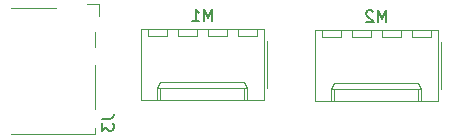
<source format=gbr>
%TF.GenerationSoftware,KiCad,Pcbnew,8.0.8*%
%TF.CreationDate,2025-01-27T11:14:47-08:00*%
%TF.ProjectId,nano-fan-5,6e616e6f-2d66-4616-9e2d-352e6b696361,rev?*%
%TF.SameCoordinates,Original*%
%TF.FileFunction,Legend,Bot*%
%TF.FilePolarity,Positive*%
%FSLAX46Y46*%
G04 Gerber Fmt 4.6, Leading zero omitted, Abs format (unit mm)*
G04 Created by KiCad (PCBNEW 8.0.8) date 2025-01-27 11:14:47*
%MOMM*%
%LPD*%
G01*
G04 APERTURE LIST*
%ADD10C,0.150000*%
%ADD11C,0.120000*%
G04 APERTURE END LIST*
D10*
X113846019Y-85556539D02*
X114560304Y-85556539D01*
X114560304Y-85556539D02*
X114703161Y-85508920D01*
X114703161Y-85508920D02*
X114798400Y-85413682D01*
X114798400Y-85413682D02*
X114846019Y-85270825D01*
X114846019Y-85270825D02*
X114846019Y-85175587D01*
X113846019Y-85937492D02*
X113846019Y-86556539D01*
X113846019Y-86556539D02*
X114226971Y-86223206D01*
X114226971Y-86223206D02*
X114226971Y-86366063D01*
X114226971Y-86366063D02*
X114274590Y-86461301D01*
X114274590Y-86461301D02*
X114322209Y-86508920D01*
X114322209Y-86508920D02*
X114417447Y-86556539D01*
X114417447Y-86556539D02*
X114655542Y-86556539D01*
X114655542Y-86556539D02*
X114750780Y-86508920D01*
X114750780Y-86508920D02*
X114798400Y-86461301D01*
X114798400Y-86461301D02*
X114846019Y-86366063D01*
X114846019Y-86366063D02*
X114846019Y-86080349D01*
X114846019Y-86080349D02*
X114798400Y-85985111D01*
X114798400Y-85985111D02*
X114750780Y-85937492D01*
X123161323Y-77284619D02*
X123161323Y-76284619D01*
X123161323Y-76284619D02*
X122827990Y-76998904D01*
X122827990Y-76998904D02*
X122494657Y-76284619D01*
X122494657Y-76284619D02*
X122494657Y-77284619D01*
X121494657Y-77284619D02*
X122066085Y-77284619D01*
X121780371Y-77284619D02*
X121780371Y-76284619D01*
X121780371Y-76284619D02*
X121875609Y-76427476D01*
X121875609Y-76427476D02*
X121970847Y-76522714D01*
X121970847Y-76522714D02*
X122066085Y-76570333D01*
X137893323Y-77386219D02*
X137893323Y-76386219D01*
X137893323Y-76386219D02*
X137559990Y-77100504D01*
X137559990Y-77100504D02*
X137226657Y-76386219D01*
X137226657Y-76386219D02*
X137226657Y-77386219D01*
X136798085Y-76481457D02*
X136750466Y-76433838D01*
X136750466Y-76433838D02*
X136655228Y-76386219D01*
X136655228Y-76386219D02*
X136417133Y-76386219D01*
X136417133Y-76386219D02*
X136321895Y-76433838D01*
X136321895Y-76433838D02*
X136274276Y-76481457D01*
X136274276Y-76481457D02*
X136226657Y-76576695D01*
X136226657Y-76576695D02*
X136226657Y-76671933D01*
X136226657Y-76671933D02*
X136274276Y-76814790D01*
X136274276Y-76814790D02*
X136845704Y-77386219D01*
X136845704Y-77386219D02*
X136226657Y-77386219D01*
D11*
%TO.C,J3*%
X109991200Y-76145700D02*
X106191200Y-76145700D01*
X112591200Y-75845700D02*
X113591200Y-75845700D01*
X113291200Y-79445700D02*
X113291200Y-78245700D01*
X113291200Y-84745700D02*
X113291200Y-81045700D01*
X113291200Y-86845700D02*
X106191200Y-86845700D01*
X113291200Y-86845700D02*
X113291200Y-86345700D01*
X113591200Y-76845700D02*
X113591200Y-75845700D01*
%TO.C,M1*%
X117161800Y-77919800D02*
X117161800Y-83939800D01*
X117161800Y-83939800D02*
X127541800Y-83939800D01*
X117741800Y-77919800D02*
X117741800Y-78519800D01*
X117741800Y-78519800D02*
X119341800Y-78519800D01*
X118541800Y-82939800D02*
X118791800Y-82409800D01*
X118541800Y-82939800D02*
X126161800Y-82939800D01*
X118541800Y-83939800D02*
X118541800Y-82939800D01*
X118791800Y-82409800D02*
X125911800Y-82409800D01*
X118791800Y-82939800D02*
X118791800Y-83939800D01*
X119341800Y-78519800D02*
X119341800Y-77919800D01*
X120281800Y-77919800D02*
X120281800Y-78519800D01*
X120281800Y-78519800D02*
X121881800Y-78519800D01*
X121881800Y-78519800D02*
X121881800Y-77919800D01*
X122821800Y-77919800D02*
X122821800Y-78519800D01*
X122821800Y-78519800D02*
X124421800Y-78519800D01*
X124421800Y-78519800D02*
X124421800Y-77919800D01*
X125361800Y-77919800D02*
X125361800Y-78519800D01*
X125361800Y-78519800D02*
X126961800Y-78519800D01*
X125911800Y-82409800D02*
X126161800Y-82939800D01*
X125911800Y-82939800D02*
X125911800Y-83939800D01*
X126161800Y-82939800D02*
X126161800Y-83939800D01*
X126961800Y-78519800D02*
X126961800Y-77919800D01*
X127541800Y-77919800D02*
X117161800Y-77919800D01*
X127541800Y-83939800D02*
X127541800Y-77919800D01*
X127831800Y-82949800D02*
X127831800Y-78949800D01*
%TO.C,M2*%
X131893800Y-78021400D02*
X131893800Y-84041400D01*
X131893800Y-84041400D02*
X142273800Y-84041400D01*
X132473800Y-78021400D02*
X132473800Y-78621400D01*
X132473800Y-78621400D02*
X134073800Y-78621400D01*
X133273800Y-83041400D02*
X133523800Y-82511400D01*
X133273800Y-83041400D02*
X140893800Y-83041400D01*
X133273800Y-84041400D02*
X133273800Y-83041400D01*
X133523800Y-82511400D02*
X140643800Y-82511400D01*
X133523800Y-83041400D02*
X133523800Y-84041400D01*
X134073800Y-78621400D02*
X134073800Y-78021400D01*
X135013800Y-78021400D02*
X135013800Y-78621400D01*
X135013800Y-78621400D02*
X136613800Y-78621400D01*
X136613800Y-78621400D02*
X136613800Y-78021400D01*
X137553800Y-78021400D02*
X137553800Y-78621400D01*
X137553800Y-78621400D02*
X139153800Y-78621400D01*
X139153800Y-78621400D02*
X139153800Y-78021400D01*
X140093800Y-78021400D02*
X140093800Y-78621400D01*
X140093800Y-78621400D02*
X141693800Y-78621400D01*
X140643800Y-82511400D02*
X140893800Y-83041400D01*
X140643800Y-83041400D02*
X140643800Y-84041400D01*
X140893800Y-83041400D02*
X140893800Y-84041400D01*
X141693800Y-78621400D02*
X141693800Y-78021400D01*
X142273800Y-78021400D02*
X131893800Y-78021400D01*
X142273800Y-84041400D02*
X142273800Y-78021400D01*
X142563800Y-83051400D02*
X142563800Y-79051400D01*
%TD*%
M02*

</source>
